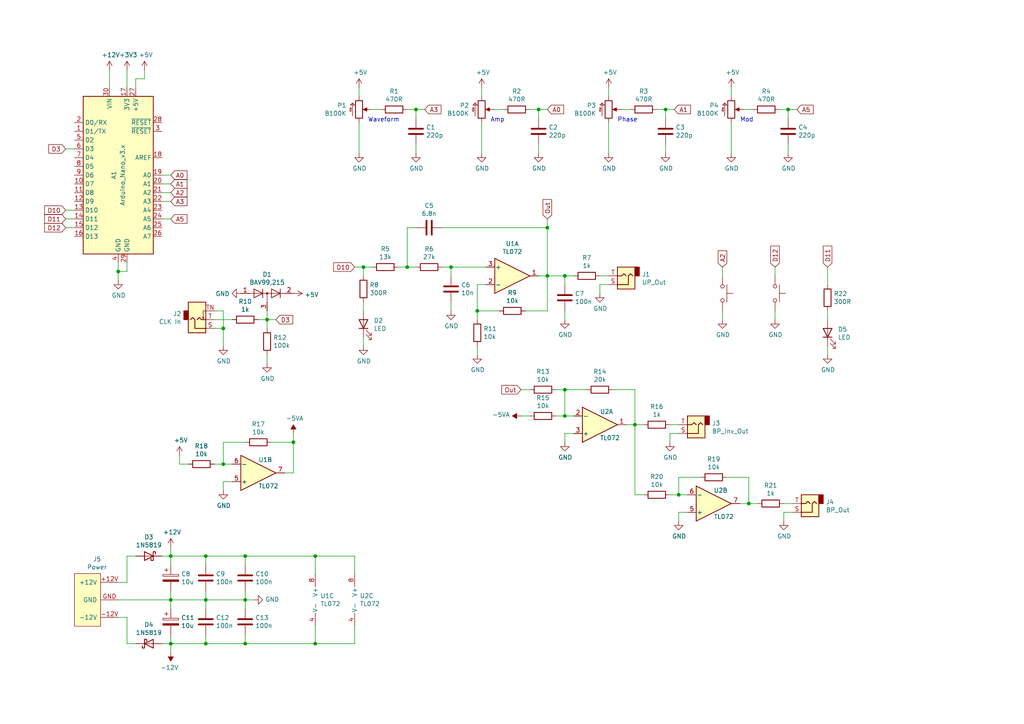
<source format=kicad_sch>
(kicad_sch (version 20231120) (generator "eeschema") (generator_version "8.0")
  (paper "A4")
  (lib_symbols
    (symbol "Amplifier_Operational:TL072" (pin_names (offset 0.127))
      (property "Reference" "U" (at 0 5.08 0))
      (property "Value" "TL072" (at 0 -5.08 0))
      (symbol "TL072_1_1"
        (polyline (pts (xy -5.08 5.08) (xy 5.08 0) (xy -5.08 -5.08) (xy -5.08 5.08)) (stroke (width 0.254)) (fill (type background)))
        (pin output line (at 7.62 0 180) (length 2.54) (name "~") (number "1"))
        (pin input line (at -7.62 -2.54 0) (length 2.54) (name "-") (number "2"))
        (pin input line (at -7.62 2.54 0) (length 2.54) (name "+") (number "3"))
      )
      (symbol "TL072_2_1"
        (polyline (pts (xy -5.08 5.08) (xy 5.08 0) (xy -5.08 -5.08) (xy -5.08 5.08)) (stroke (width 0.254)) (fill (type background)))
        (pin input line (at -7.62 2.54 0) (length 2.54) (name "+") (number "5"))
        (pin input line (at -7.62 -2.54 0) (length 2.54) (name "-") (number "6"))
        (pin output line (at 7.62 0 180) (length 2.54) (name "~") (number "7"))
      )
      (symbol "TL072_3_1"
        (pin power_in line (at -2.54 -7.62 90) (length 3.81) (name "V-") (number "4"))
        (pin power_in line (at -2.54 7.62 270) (length 3.81) (name "V+") (number "8"))
      )
    )
    (symbol "Connector:AudioJack2"
      (property "Reference" "J" (at 0 8.89 0))
      (property "Value" "AudioJack2" (at 0 6.35 0))
      (symbol "AudioJack2_0_1"
        (rectangle (start -3.81 0) (end -2.54 -2.54) (stroke (width 0.254)) (fill (type outline)))
        (rectangle (start -2.54 3.81) (end 2.54 -2.54) (stroke (width 0.254)) (fill (type background)))
        (polyline (pts (xy 0 0) (xy 0.635 -0.635) (xy 1.27 0) (xy 2.54 0)) (stroke (width 0.254)))
        (polyline (pts (xy 2.54 2.54) (xy -0.635 2.54) (xy -0.635 0) (xy -1.27 -0.635) (xy -1.905 0)) (stroke (width 0.254)))
      )
      (symbol "AudioJack2_1_1"
        (pin passive line (at 5.08 2.54 180) (length 2.54) (name "~") (number "S"))
        (pin passive line (at 5.08 0 180) (length 2.54) (name "~") (number "T"))
      )
    )
    (symbol "Connector:AudioJack2_SwitchT"
      (property "Reference" "J" (at 0 8.89 0))
      (property "Value" "AudioJack2_SwitchT" (at 0 6.35 0))
      (symbol "AudioJack2_SwitchT_0_1"
        (rectangle (start -2.54 0) (end -3.81 -2.54) (stroke (width 0.254)) (fill (type outline)))
        (polyline (pts (xy 1.778 -0.254) (xy 2.032 -0.762)))
        (polyline (pts (xy 0 0) (xy 0.635 -0.635) (xy 1.27 0) (xy 2.54 0)) (stroke (width 0.254)))
        (polyline (pts (xy 2.54 -2.54) (xy 1.778 -2.54) (xy 1.778 -0.254) (xy 1.524 -0.762)))
        (polyline (pts (xy 2.54 2.54) (xy -0.635 2.54) (xy -0.635 0) (xy -1.27 -0.635) (xy -1.905 0)) (stroke (width 0.254)))
        (rectangle (start 2.54 3.81) (end -2.54 -5.08) (stroke (width 0.254)) (fill (type background)))
      )
      (symbol "AudioJack2_SwitchT_1_1"
        (pin passive line (at 5.08 2.54 180) (length 2.54) (name "~") (number "S"))
        (pin passive line (at 5.08 0 180) (length 2.54) (name "~") (number "T"))
        (pin passive line (at 5.08 -2.54 180) (length 2.54) (name "~") (number "TN"))
      )
    )
    (symbol "Device:C" (pin_numbers hide) (pin_names (offset 0.254))
      (property "Reference" "C" (at 0.635 2.54 0))
      (property "Value" "C" (at 0.635 -2.54 0))
      (symbol "C_0_1"
        (polyline (pts (xy -2.032 -0.762) (xy 2.032 -0.762)) (stroke (width 0.508)))
        (polyline (pts (xy -2.032 0.762) (xy 2.032 0.762)) (stroke (width 0.508)))
      )
      (symbol "C_1_1"
        (pin passive line (at 0 3.81 270) (length 2.794) (name "~") (number "1"))
        (pin passive line (at 0 -3.81 90) (length 2.794) (name "~") (number "2"))
      )
    )
    (symbol "Device:C_Polarized" (pin_numbers hide) (pin_names (offset 0.254))
      (property "Reference" "C" (at 0.635 2.54 0))
      (property "Value" "C_Polarized" (at 0.635 -2.54 0))
      (symbol "C_Polarized_0_1"
        (rectangle (start -2.286 0.508) (end 2.286 1.016))
        (polyline (pts (xy -1.778 2.286) (xy -0.762 2.286)))
        (polyline (pts (xy -1.27 2.794) (xy -1.27 1.778)))
        (rectangle (start 2.286 -0.508) (end -2.286 -1.016) (fill (type outline)))
      )
      (symbol "C_Polarized_1_1"
        (pin passive line (at 0 3.81 270) (length 2.794) (name "~") (number "1"))
        (pin passive line (at 0 -3.81 90) (length 2.794) (name "~") (number "2"))
      )
    )
    (symbol "Device:LED" (pin_numbers hide) (pin_names (offset 1.016) hide)
      (property "Reference" "D" (at 0 2.54 0))
      (property "Value" "LED" (at 0 -2.54 0))
      (symbol "LED_0_1"
        (polyline (pts (xy -1.27 -1.27) (xy -1.27 1.27)) (stroke (width 0.254)))
        (polyline (pts (xy -1.27 0) (xy 1.27 0)))
        (polyline (pts (xy 1.27 -1.27) (xy 1.27 1.27) (xy -1.27 0) (xy 1.27 -1.27)) (stroke (width 0.254)))
        (polyline (pts (xy -3.048 -0.762) (xy -4.572 -2.286) (xy -3.81 -2.286) (xy -4.572 -2.286) (xy -4.572 -1.524)))
        (polyline (pts (xy -1.778 -0.762) (xy -3.302 -2.286) (xy -2.54 -2.286) (xy -3.302 -2.286) (xy -3.302 -1.524)))
      )
      (symbol "LED_1_1"
        (pin passive line (at -3.81 0 0) (length 2.54) (name "K") (number "1"))
        (pin passive line (at 3.81 0 180) (length 2.54) (name "A") (number "2"))
      )
    )
    (symbol "Device:R" (pin_numbers hide) (pin_names (offset 0))
      (property "Reference" "R" (at 2.032 0 90))
      (property "Value" "R" (at 0 0 90))
      (symbol "R_0_1"
        (rectangle (start -1.016 -2.54) (end 1.016 2.54) (stroke (width 0.254)))
      )
      (symbol "R_1_1"
        (pin passive line (at 0 3.81 270) (length 1.27) (name "~") (number "1"))
        (pin passive line (at 0 -3.81 90) (length 1.27) (name "~") (number "2"))
      )
    )
    (symbol "Device_Additional:R_POT" (pin_names (offset 1.016))
      (property "Reference" "P" (at -5.715 0 90))
      (property "Value" "R_POT" (at -3.81 0 90))
      (symbol "R_POT_0_0"
        (text "cw" (at -2.54 0 900) (effects (font (size 0.635 0.635))))
      )
      (symbol "R_POT_0_1"
        (polyline (pts (xy -1.905 -1.905) (xy -1.905 1.905) (xy -2.54 1.27) (xy -1.27 1.27) (xy -1.905 1.905)))
      )
      (symbol "R_POT_1_1"
        (polyline (pts (xy 2.54 0) (xy 1.524 0)))
        (polyline (pts (xy 1.143 0) (xy 2.286 0.508) (xy 2.286 -0.508) (xy 1.143 0)) (fill (type outline)))
        (rectangle (start 1.016 2.54) (end -1.016 -2.54) (stroke (width 0.254)))
        (pin passive line (at 0 -3.81 90) (length 1.27) (name "CCW") (number "CCW"))
        (pin passive line (at 0 3.81 270) (length 1.27) (name "CW") (number "CW"))
        (pin passive line (at 3.81 0 180) (length 1.27) (name "W") (number "W"))
      )
    )
    (symbol "Diode:1N5817" (pin_numbers hide) (pin_names (offset 1.016) hide)
      (property "Reference" "D" (at 0 2.54 0))
      (property "Value" "1N5817" (at 0 -2.54 0))
      (symbol "1N5817_0_1"
        (polyline (pts (xy 1.27 0) (xy -1.27 0)))
        (polyline (pts (xy 1.27 1.27) (xy 1.27 -1.27) (xy -1.27 0) (xy 1.27 1.27)) (stroke (width 0.254)))
        (polyline (pts (xy -1.905 0.635) (xy -1.905 1.27) (xy -1.27 1.27) (xy -1.27 -1.27) (xy -0.635 -1.27) (xy -0.635 -0.635)) (stroke (width 0.254)))
      )
      (symbol "1N5817_1_1"
        (pin passive line (at -3.81 0 0) (length 2.54) (name "K") (number "1"))
        (pin passive line (at 3.81 0 180) (length 2.54) (name "A") (number "2"))
      )
    )
    (symbol "Diode:BAV99" (pin_names hide)
      (property "Reference" "D" (at 0 5.08 0))
      (property "Value" "BAV99" (at 0 2.54 0))
      (symbol "BAV99_0_1"
        (polyline (pts (xy -5.08 0) (xy 5.08 0)))
      )
      (symbol "BAV99_1_1"
        (polyline (pts (xy 0 0) (xy 0 -2.54)))
        (polyline (pts (xy -1.27 -1.27) (xy -1.27 1.27) (xy -1.27 1.27)) (stroke (width 0.2032)))
        (polyline (pts (xy 3.81 1.27) (xy 3.81 -1.27) (xy 3.81 -1.27)) (stroke (width 0.2032)))
        (polyline (pts (xy -3.81 1.27) (xy -1.27 0) (xy -3.81 -1.27) (xy -3.81 1.27) (xy -3.81 1.27) (xy -3.81 1.27)) (stroke (width 0.2032)))
        (polyline (pts (xy 1.27 1.27) (xy 3.81 0) (xy 1.27 -1.27) (xy 1.27 1.27) (xy 1.27 1.27) (xy 1.27 1.27)) (stroke (width 0.2032)))
        (circle (center 0 0) (radius 0.254) (fill (type outline)))
        (pin passive line (at -7.62 0 0) (length 2.54) (name "K") (number "1"))
        (pin passive line (at 7.62 0 180) (length 2.54) (name "A") (number "2"))
        (pin passive line (at 0 -5.08 90) (length 2.54) (name "K") (number "3"))
      )
    )
    (symbol "Eurorack_Synth:Power_2x5" (pin_names (offset 1.016))
      (property "Reference" "J" (at 0 10.16 0))
      (property "Value" "Power_2x5" (at 0 8.89 0))
      (symbol "Power_2x5_0_1"
        (rectangle (start 3.81 7.62) (end -3.81 -7.62) (fill (type background)))
      )
      (symbol "Power_2x5_1_1"
        (pin power_out line (at 8.89 5.08 180) (length 5.08) (name "+12V") (number "+12V"))
        (pin power_out line (at 8.89 -5.08 180) (length 5.08) (name "-12V") (number "-12V"))
        (pin power_out line (at 8.89 0 180) (length 5.08) (name "GND") (number "GND"))
      )
    )
    (symbol "MCU_Module:Arduino_Nano_v3.x"
      (property "Reference" "A" (at -10.16 23.495 0))
      (property "Value" "Arduino_Nano_v3.x" (at 5.08 -24.13 0))
      (symbol "Arduino_Nano_v3.x_0_1"
        (rectangle (start -10.16 22.86) (end 10.16 -22.86) (stroke (width 0.254)) (fill (type background)))
      )
      (symbol "Arduino_Nano_v3.x_1_1"
        (pin bidirectional line (at -12.7 12.7 0) (length 2.54) (name "D1/TX") (number "1"))
        (pin bidirectional line (at -12.7 -2.54 0) (length 2.54) (name "D7") (number "10"))
        (pin bidirectional line (at -12.7 -5.08 0) (length 2.54) (name "D8") (number "11"))
        (pin bidirectional line (at -12.7 -7.62 0) (length 2.54) (name "D9") (number "12"))
        (pin bidirectional line (at -12.7 -10.16 0) (length 2.54) (name "D10") (number "13"))
        (pin bidirectional line (at -12.7 -12.7 0) (length 2.54) (name "D11") (number "14"))
        (pin bidirectional line (at -12.7 -15.24 0) (length 2.54) (name "D12") (number "15"))
        (pin bidirectional line (at -12.7 -17.78 0) (length 2.54) (name "D13") (number "16"))
        (pin power_out line (at 2.54 25.4 270) (length 2.54) (name "3V3") (number "17"))
        (pin input line (at 12.7 5.08 180) (length 2.54) (name "AREF") (number "18"))
        (pin bidirectional line (at 12.7 0 180) (length 2.54) (name "A0") (number "19"))
        (pin bidirectional line (at -12.7 15.24 0) (length 2.54) (name "D0/RX") (number "2"))
        (pin bidirectional line (at 12.7 -2.54 180) (length 2.54) (name "A1") (number "20"))
        (pin bidirectional line (at 12.7 -5.08 180) (length 2.54) (name "A2") (number "21"))
        (pin bidirectional line (at 12.7 -7.62 180) (length 2.54) (name "A3") (number "22"))
        (pin bidirectional line (at 12.7 -10.16 180) (length 2.54) (name "A4") (number "23"))
        (pin bidirectional line (at 12.7 -12.7 180) (length 2.54) (name "A5") (number "24"))
        (pin bidirectional line (at 12.7 -15.24 180) (length 2.54) (name "A6") (number "25"))
        (pin bidirectional line (at 12.7 -17.78 180) (length 2.54) (name "A7") (number "26"))
        (pin power_out line (at 5.08 25.4 270) (length 2.54) (name "+5V") (number "27"))
        (pin input line (at 12.7 15.24 180) (length 2.54) (name "~{RESET}") (number "28"))
        (pin power_in line (at 2.54 -25.4 90) (length 2.54) (name "GND") (number "29"))
        (pin input line (at 12.7 12.7 180) (length 2.54) (name "~{RESET}") (number "3"))
        (pin power_in line (at -2.54 25.4 270) (length 2.54) (name "VIN") (number "30"))
        (pin power_in line (at 0 -25.4 90) (length 2.54) (name "GND") (number "4"))
        (pin bidirectional line (at -12.7 10.16 0) (length 2.54) (name "D2") (number "5"))
        (pin bidirectional line (at -12.7 7.62 0) (length 2.54) (name "D3") (number "6"))
        (pin bidirectional line (at -12.7 5.08 0) (length 2.54) (name "D4") (number "7"))
        (pin bidirectional line (at -12.7 2.54 0) (length 2.54) (name "D5") (number "8"))
        (pin bidirectional line (at -12.7 0 0) (length 2.54) (name "D6") (number "9"))
      )
    )
    (symbol "Switch:SW_Push" (pin_numbers hide) (pin_names (offset 1.016) hide)
      (property "Reference" "SW" (at 1.27 2.54 0))
      (property "Value" "SW_Push" (at 0 -1.524 0))
      (symbol "SW_Push_0_1"
        (circle (center -2.032 0) (radius 0.508))
        (polyline (pts (xy 0 1.27) (xy 0 3.048)))
        (polyline (pts (xy 2.54 1.27) (xy -2.54 1.27)))
        (circle (center 2.032 0) (radius 0.508))
        (pin passive line (at -5.08 0 0) (length 2.54) (name "1") (number "1"))
        (pin passive line (at 5.08 0 180) (length 2.54) (name "2") (number "2"))
      )
    )
    (symbol "power:+12V" (power) (pin_names (offset 0))
      (property "Value" "+12V" (at 0 3.556 0))
      (symbol "+12V_0_1"
        (polyline (pts (xy -0.762 1.27) (xy 0 2.54)))
        (polyline (pts (xy 0 0) (xy 0 2.54)))
        (polyline (pts (xy 0 2.54) (xy 0.762 1.27)))
      )
      (symbol "+12V_1_1"
        (pin power_in line (at 0 0 90) (length 0) hide (name "+12V") (number "1"))
      )
    )
    (symbol "power:+3.3V" (power) (pin_names (offset 0))
      (property "Value" "+3.3V" (at 0 3.556 0))
      (symbol "+3.3V_0_1"
        (polyline (pts (xy -0.762 1.27) (xy 0 2.54)))
        (polyline (pts (xy 0 0) (xy 0 2.54)))
        (polyline (pts (xy 0 2.54) (xy 0.762 1.27)))
      )
      (symbol "+3.3V_1_1"
        (pin power_in line (at 0 0 90) (length 0) hide (name "+3V3") (number "1"))
      )
    )
    (symbol "power:+5V" (power) (pin_names (offset 0))
      (property "Value" "+5V" (at 0 3.556 0))
      (symbol "+5V_0_1"
        (polyline (pts (xy -0.762 1.27) (xy 0 2.54)))
        (polyline (pts (xy 0 0) (xy 0 2.54)))
        (polyline (pts (xy 0 2.54) (xy 0.762 1.27)))
      )
      (symbol "+5V_1_1"
        (pin power_in line (at 0 0 90) (length 0) hide (name "+5V") (number "1"))
      )
    )
    (symbol "power:-12V" (power) (pin_names (offset 0))
      (property "Value" "-12V" (at 0 3.81 0))
      (symbol "-12V_0_0"
        (pin power_in line (at 0 0 90) (length 0) hide (name "-12V") (number "1"))
      )
      (symbol "-12V_0_1"
        (polyline (pts (xy 0 0) (xy 0 1.27) (xy 0.762 1.27) (xy 0 2.54) (xy -0.762 1.27) (xy 0 1.27)) (fill (type outline)))
      )
    )
    (symbol "power:-5VA" (power) (pin_names (offset 0))
      (property "Value" "-5VA" (at 0 3.81 0))
      (symbol "-5VA_0_0"
        (pin power_in line (at 0 0 90) (length 0) hide (name "-5VA") (number "1"))
      )
      (symbol "-5VA_0_1"
        (polyline (pts (xy 0 0) (xy 0 1.27) (xy 0.762 1.27) (xy 0 2.54) (xy -0.762 1.27) (xy 0 1.27)) (fill (type outline)))
      )
    )
    (symbol "power:GND" (power) (pin_names (offset 0))
      (property "Value" "GND" (at 0 -3.81 0))
      (symbol "GND_0_1"
        (polyline (pts (xy 0 0) (xy 0 -1.27) (xy 1.27 -1.27) (xy 0 -2.54) (xy -1.27 -1.27) (xy 0 -1.27)))
      )
      (symbol "GND_1_1"
        (pin power_in line (at 0 0 270) (length 0) hide (name "GND") (number "1"))
      )
    )
  )
  (junction (at 193.04 31.75))
  (junction (at 71.12 186.69))
  (junction (at 196.85 143.51))
  (junction (at 163.83 80.01))
  (junction (at 158.75 80.01))
  (junction (at 105.41 77.47))
  (junction (at 118.11 77.47))
  (junction (at 156.21 31.75))
  (junction (at 71.12 173.99))
  (junction (at 91.44 161.29))
  (junction (at 163.83 113.03))
  (junction (at 49.53 186.69))
  (junction (at 71.12 161.29))
  (junction (at 217.17 146.05))
  (junction (at 34.29 78.74))
  (junction (at 184.15 123.19))
  (junction (at 228.6 31.75))
  (junction (at 64.77 134.62))
  (junction (at 120.65 31.75))
  (junction (at 49.53 173.99))
  (junction (at 64.77 95.25))
  (junction (at 59.69 186.69))
  (junction (at 85.09 128.27))
  (junction (at 59.69 161.29))
  (junction (at 49.53 161.29))
  (junction (at 158.75 66.04))
  (junction (at 59.69 173.99))
  (junction (at 130.81 77.47))
  (junction (at 91.44 186.69))
  (junction (at 77.47 92.71))
  (junction (at 138.43 90.17))
  (junction (at 163.83 120.65))
  (wire (pts (xy 152.4 90.17) (xy 158.75 90.17)))
  (wire (pts (xy 36.83 25.4) (xy 36.83 20.32)))
  (wire (pts (xy 226.06 31.75) (xy 228.6 31.75)))
  (wire (pts (xy 39.37 186.69) (xy 36.83 186.69)))
  (wire (pts (xy 196.85 138.43) (xy 203.2 138.43)))
  (wire (pts (xy 73.66 173.99) (xy 71.12 173.99)))
  (wire (pts (xy 105.41 97.79) (xy 105.41 100.33)))
  (wire (pts (xy 34.29 78.74) (xy 34.29 81.28)))
  (wire (pts (xy 46.99 63.5) (xy 49.53 63.5)))
  (wire (pts (xy 228.6 41.91) (xy 228.6 44.45)))
  (wire (pts (xy 186.69 123.19) (xy 184.15 123.19)))
  (wire (pts (xy 156.21 31.75) (xy 156.21 34.29)))
  (wire (pts (xy 144.78 90.17) (xy 138.43 90.17)))
  (wire (pts (xy 59.69 161.29) (xy 59.69 163.83)))
  (wire (pts (xy 151.13 120.65) (xy 153.67 120.65)))
  (wire (pts (xy 229.87 148.59) (xy 227.33 148.59)))
  (wire (pts (xy 59.69 184.15) (xy 59.69 186.69)))
  (wire (pts (xy 196.85 123.19) (xy 194.31 123.19)))
  (wire (pts (xy 91.44 186.69) (xy 91.44 181.61)))
  (wire (pts (xy 184.15 143.51) (xy 186.69 143.51)))
  (wire (pts (xy 46.99 53.34) (xy 49.53 53.34)))
  (wire (pts (xy 59.69 161.29) (xy 71.12 161.29)))
  (wire (pts (xy 193.04 31.75) (xy 193.04 34.29)))
  (wire (pts (xy 36.83 161.29) (xy 39.37 161.29)))
  (wire (pts (xy 107.95 31.75) (xy 110.49 31.75)))
  (wire (pts (xy 158.75 80.01) (xy 156.21 80.01)))
  (wire (pts (xy 64.77 128.27) (xy 64.77 134.62)))
  (wire (pts (xy 64.77 90.17) (xy 64.77 95.25)))
  (wire (pts (xy 102.87 161.29) (xy 102.87 166.37)))
  (wire (pts (xy 228.6 31.75) (xy 231.14 31.75)))
  (wire (pts (xy 158.75 63.5) (xy 158.75 66.04)))
  (wire (pts (xy 130.81 87.63) (xy 130.81 90.17)))
  (wire (pts (xy 102.87 77.47) (xy 105.41 77.47)))
  (wire (pts (xy 49.53 186.69) (xy 49.53 184.15)))
  (wire (pts (xy 227.33 146.05) (xy 229.87 146.05)))
  (wire (pts (xy 62.23 95.25) (xy 64.77 95.25)))
  (wire (pts (xy 34.29 173.99) (xy 49.53 173.99)))
  (wire (pts (xy 71.12 171.45) (xy 71.12 173.99)))
  (wire (pts (xy 64.77 128.27) (xy 71.12 128.27)))
  (wire (pts (xy 161.29 113.03) (xy 163.83 113.03)))
  (wire (pts (xy 71.12 161.29) (xy 71.12 163.83)))
  (wire (pts (xy 196.85 143.51) (xy 196.85 138.43)))
  (wire (pts (xy 217.17 146.05) (xy 214.63 146.05)))
  (wire (pts (xy 49.53 173.99) (xy 59.69 173.99)))
  (wire (pts (xy 64.77 95.25) (xy 64.77 100.33)))
  (wire (pts (xy 143.51 31.75) (xy 146.05 31.75)))
  (wire (pts (xy 138.43 90.17) (xy 138.43 92.71)))
  (wire (pts (xy 163.83 120.65) (xy 166.37 120.65)))
  (wire (pts (xy 139.7 25.4) (xy 139.7 27.94)))
  (wire (pts (xy 71.12 184.15) (xy 71.12 186.69)))
  (wire (pts (xy 21.59 66.04) (xy 19.05 66.04)))
  (wire (pts (xy 130.81 77.47) (xy 130.81 80.01)))
  (wire (pts (xy 52.07 134.62) (xy 54.61 134.62)))
  (wire (pts (xy 34.29 168.91) (xy 36.83 168.91)))
  (wire (pts (xy 80.01 92.71) (xy 77.47 92.71)))
  (wire (pts (xy 138.43 82.55) (xy 138.43 90.17)))
  (wire (pts (xy 19.05 43.18) (xy 21.59 43.18)))
  (wire (pts (xy 140.97 82.55) (xy 138.43 82.55)))
  (wire (pts (xy 120.65 66.04) (xy 118.11 66.04)))
  (wire (pts (xy 104.14 25.4) (xy 104.14 27.94)))
  (wire (pts (xy 49.53 161.29) (xy 49.53 163.83)))
  (wire (pts (xy 199.39 148.59) (xy 196.85 148.59)))
  (wire (pts (xy 34.29 76.2) (xy 34.29 78.74)))
  (wire (pts (xy 49.53 158.75) (xy 49.53 161.29)))
  (wire (pts (xy 34.29 78.74) (xy 36.83 78.74)))
  (wire (pts (xy 46.99 50.8) (xy 49.53 50.8)))
  (wire (pts (xy 161.29 120.65) (xy 163.83 120.65)))
  (wire (pts (xy 71.12 186.69) (xy 91.44 186.69)))
  (wire (pts (xy 77.47 90.17) (xy 77.47 92.71)))
  (wire (pts (xy 19.05 60.96) (xy 21.59 60.96)))
  (wire (pts (xy 105.41 87.63) (xy 105.41 90.17)))
  (wire (pts (xy 120.65 31.75) (xy 120.65 34.29)))
  (wire (pts (xy 64.77 139.7) (xy 64.77 142.24)))
  (wire (pts (xy 105.41 77.47) (xy 105.41 80.01)))
  (wire (pts (xy 227.33 148.59) (xy 227.33 151.13)))
  (wire (pts (xy 210.82 138.43) (xy 217.17 138.43)))
  (wire (pts (xy 36.83 186.69) (xy 36.83 179.07)))
  (wire (pts (xy 156.21 41.91) (xy 156.21 44.45)))
  (wire (pts (xy 62.23 92.71) (xy 67.31 92.71)))
  (wire (pts (xy 180.34 31.75) (xy 182.88 31.75)))
  (wire (pts (xy 67.31 139.7) (xy 64.77 139.7)))
  (wire (pts (xy 52.07 132.08) (xy 52.07 134.62)))
  (wire (pts (xy 163.83 80.01) (xy 163.83 82.55)))
  (wire (pts (xy 39.37 25.4) (xy 39.37 22.86)))
  (wire (pts (xy 153.67 31.75) (xy 156.21 31.75)))
  (wire (pts (xy 118.11 77.47) (xy 120.65 77.47)))
  (wire (pts (xy 217.17 138.43) (xy 217.17 146.05)))
  (wire (pts (xy 193.04 31.75) (xy 195.58 31.75)))
  (wire (pts (xy 158.75 66.04) (xy 158.75 80.01)))
  (wire (pts (xy 140.97 77.47) (xy 130.81 77.47)))
  (wire (pts (xy 240.03 90.17) (xy 240.03 92.71)))
  (wire (pts (xy 62.23 134.62) (xy 64.77 134.62)))
  (wire (pts (xy 74.93 92.71) (xy 77.47 92.71)))
  (wire (pts (xy 62.23 90.17) (xy 64.77 90.17)))
  (wire (pts (xy 163.83 125.73) (xy 163.83 128.27)))
  (wire (pts (xy 104.14 35.56) (xy 104.14 44.45)))
  (wire (pts (xy 128.27 66.04) (xy 158.75 66.04)))
  (wire (pts (xy 91.44 161.29) (xy 91.44 166.37)))
  (wire (pts (xy 118.11 66.04) (xy 118.11 77.47)))
  (wire (pts (xy 138.43 100.33) (xy 138.43 102.87)))
  (wire (pts (xy 49.53 171.45) (xy 49.53 173.99)))
  (wire (pts (xy 176.53 80.01) (xy 173.99 80.01)))
  (wire (pts (xy 166.37 80.01) (xy 163.83 80.01)))
  (wire (pts (xy 64.77 134.62) (xy 67.31 134.62)))
  (wire (pts (xy 59.69 171.45) (xy 59.69 173.99)))
  (wire (pts (xy 209.55 90.17) (xy 209.55 92.71)))
  (wire (pts (xy 49.53 173.99) (xy 49.53 176.53)))
  (wire (pts (xy 151.13 113.03) (xy 153.67 113.03)))
  (wire (pts (xy 193.04 41.91) (xy 193.04 44.45)))
  (wire (pts (xy 102.87 186.69) (xy 102.87 181.61)))
  (wire (pts (xy 240.03 77.47) (xy 240.03 82.55)))
  (wire (pts (xy 85.09 137.16) (xy 82.55 137.16)))
  (wire (pts (xy 36.83 168.91) (xy 36.83 161.29)))
  (wire (pts (xy 71.12 161.29) (xy 91.44 161.29)))
  (wire (pts (xy 176.53 25.4) (xy 176.53 27.94)))
  (wire (pts (xy 77.47 92.71) (xy 77.47 95.25)))
  (wire (pts (xy 36.83 179.07) (xy 34.29 179.07)))
  (wire (pts (xy 156.21 31.75) (xy 158.75 31.75)))
  (wire (pts (xy 49.53 161.29) (xy 59.69 161.29)))
  (wire (pts (xy 224.79 90.17) (xy 224.79 92.71)))
  (wire (pts (xy 184.15 123.19) (xy 184.15 143.51)))
  (wire (pts (xy 46.99 58.42) (xy 49.53 58.42)))
  (wire (pts (xy 184.15 123.19) (xy 181.61 123.19)))
  (wire (pts (xy 91.44 186.69) (xy 102.87 186.69)))
  (wire (pts (xy 217.17 146.05) (xy 219.71 146.05)))
  (wire (pts (xy 19.05 63.5) (xy 21.59 63.5)))
  (wire (pts (xy 163.83 90.17) (xy 163.83 92.71)))
  (wire (pts (xy 36.83 78.74) (xy 36.83 76.2)))
  (wire (pts (xy 118.11 31.75) (xy 120.65 31.75)))
  (wire (pts (xy 177.8 113.03) (xy 184.15 113.03)))
  (wire (pts (xy 215.9 31.75) (xy 218.44 31.75)))
  (wire (pts (xy 115.57 77.47) (xy 118.11 77.47)))
  (wire (pts (xy 190.5 31.75) (xy 193.04 31.75)))
  (wire (pts (xy 91.44 161.29) (xy 102.87 161.29)))
  (wire (pts (xy 120.65 31.75) (xy 123.19 31.75)))
  (wire (pts (xy 166.37 125.73) (xy 163.83 125.73)))
  (wire (pts (xy 194.31 143.51) (xy 196.85 143.51)))
  (wire (pts (xy 85.09 125.73) (xy 85.09 128.27)))
  (wire (pts (xy 163.83 113.03) (xy 170.18 113.03)))
  (wire (pts (xy 71.12 173.99) (xy 59.69 173.99)))
  (wire (pts (xy 77.47 102.87) (xy 77.47 105.41)))
  (wire (pts (xy 105.41 77.47) (xy 107.95 77.47)))
  (wire (pts (xy 196.85 143.51) (xy 199.39 143.51)))
  (wire (pts (xy 196.85 125.73) (xy 194.31 125.73)))
  (wire (pts (xy 212.09 25.4) (xy 212.09 27.94)))
  (wire (pts (xy 163.83 113.03) (xy 163.83 120.65)))
  (wire (pts (xy 184.15 113.03) (xy 184.15 123.19)))
  (wire (pts (xy 41.91 22.86) (xy 41.91 20.32)))
  (wire (pts (xy 39.37 22.86) (xy 41.91 22.86)))
  (wire (pts (xy 224.79 80.01) (xy 224.79 77.47)))
  (wire (pts (xy 49.53 186.69) (xy 49.53 189.23)))
  (wire (pts (xy 176.53 82.55) (xy 173.99 82.55)))
  (wire (pts (xy 71.12 173.99) (xy 71.12 176.53)))
  (wire (pts (xy 176.53 35.56) (xy 176.53 44.45)))
  (wire (pts (xy 212.09 35.56) (xy 212.09 44.45)))
  (wire (pts (xy 120.65 41.91) (xy 120.65 44.45)))
  (wire (pts (xy 209.55 80.01) (xy 209.55 77.47)))
  (wire (pts (xy 46.99 161.29) (xy 49.53 161.29)))
  (wire (pts (xy 173.99 82.55) (xy 173.99 85.09)))
  (wire (pts (xy 240.03 100.33) (xy 240.03 102.87)))
  (wire (pts (xy 139.7 35.56) (xy 139.7 44.45)))
  (wire (pts (xy 46.99 186.69) (xy 49.53 186.69)))
  (wire (pts (xy 194.31 125.73) (xy 194.31 128.27)))
  (wire (pts (xy 163.83 80.01) (xy 158.75 80.01)))
  (wire (pts (xy 49.53 55.88) (xy 46.99 55.88)))
  (wire (pts (xy 128.27 77.47) (xy 130.81 77.47)))
  (wire (pts (xy 196.85 148.59) (xy 196.85 151.13)))
  (wire (pts (xy 71.12 186.69) (xy 59.69 186.69)))
  (wire (pts (xy 158.75 90.17) (xy 158.75 80.01)))
  (wire (pts (xy 78.74 128.27) (xy 85.09 128.27)))
  (wire (pts (xy 59.69 173.99) (xy 59.69 176.53)))
  (wire (pts (xy 59.69 186.69) (xy 49.53 186.69)))
  (wire (pts (xy 85.09 128.27) (xy 85.09 137.16)))
  (wire (pts (xy 31.75 25.4) (xy 31.75 20.32)))
  (wire (pts (xy 228.6 31.75) (xy 228.6 34.29)))
  (text "Amp" (at 142.24 35.56 0) (effects (font (size 1.27 1.27)) (justify left bottom)))
  (text "Waveform" (at 106.68 35.56 0) (effects (font (size 1.27 1.27)) (justify left bottom)))
  (text "Phase" (at 179.07 35.56 0) (effects (font (size 1.27 1.27)) (justify left bottom)))
  (text "Mod" (at 214.63 35.56 0) (effects (font (size 1.27 1.27)) (justify left bottom)))
  (global_label "D3" (shape input) (at 19.05 43.18 180) (property "Intersheetrefs" "${INTERSHEET_REFS}" (effects (hide yes))))
  (global_label "A1" (shape input) (at 195.58 31.75 0) (property "Intersheetrefs" "${INTERSHEET_REFS}" (effects (hide yes))))
  (global_label "Out" (shape input) (at 158.75 63.5 90) (property "Intersheetrefs" "${INTERSHEET_REFS}" (effects (hide yes))))
  (global_label "D12" (shape input) (at 19.05 66.04 180) (property "Intersheetrefs" "${INTERSHEET_REFS}" (effects (hide yes))))
  (global_label "A0" (shape input) (at 158.75 31.75 0) (property "Intersheetrefs" "${INTERSHEET_REFS}" (effects (hide yes))))
  (global_label "A2" (shape input) (at 209.55 77.47 90) (property "Intersheetrefs" "${INTERSHEET_REFS}" (effects (hide yes))))
  (global_label "Out" (shape input) (at 151.13 113.03 180) (property "Intersheetrefs" "${INTERSHEET_REFS}" (effects (hide yes))))
  (global_label "D3" (shape input) (at 80.01 92.71 0) (property "Intersheetrefs" "${INTERSHEET_REFS}" (effects (hide yes))))
  (global_label "D10" (shape input) (at 19.05 60.96 180) (property "Intersheetrefs" "${INTERSHEET_REFS}" (effects (hide yes))))
  (global_label "D10" (shape input) (at 102.87 77.47 180) (property "Intersheetrefs" "${INTERSHEET_REFS}" (effects (hide yes))))
  (global_label "A3" (shape input) (at 123.19 31.75 0) (property "Intersheetrefs" "${INTERSHEET_REFS}" (effects (hide yes))))
  (global_label "A2" (shape input) (at 49.53 55.88 0) (property "Intersheetrefs" "${INTERSHEET_REFS}" (effects (hide yes))))
  (global_label "A5" (shape input) (at 231.14 31.75 0) (property "Intersheetrefs" "${INTERSHEET_REFS}" (effects (hide yes))))
  (global_label "A0" (shape input) (at 49.53 50.8 0) (property "Intersheetrefs" "${INTERSHEET_REFS}" (effects (hide yes))))
  (global_label "A1" (shape input) (at 49.53 53.34 0) (property "Intersheetrefs" "${INTERSHEET_REFS}" (effects (hide yes))))
  (global_label "A5" (shape input) (at 49.53 63.5 0) (property "Intersheetrefs" "${INTERSHEET_REFS}" (effects (hide yes))))
  (global_label "D12" (shape input) (at 224.79 77.47 90) (property "Intersheetrefs" "${INTERSHEET_REFS}" (effects (hide yes))))
  (global_label "D11" (shape input) (at 19.05 63.5 180) (property "Intersheetrefs" "${INTERSHEET_REFS}" (effects (hide yes))))
  (global_label "A3" (shape input) (at 49.53 58.42 0) (property "Intersheetrefs" "${INTERSHEET_REFS}" (effects (hide yes))))
  (global_label "D11" (shape input) (at 240.03 77.47 90) (property "Intersheetrefs" "${INTERSHEET_REFS}" (effects (hide yes))))
  (symbol (lib_id "MCU_Module:Arduino_Nano_v3.x") (at 34.29 50.8 0) (unit 1)
    (property "Reference" "A1" (at 33.02 50.8 90))
    (property "Value" "Arduino_Nano_v3.x" (at 35.56 50.8 90))
    (property "Footprint" "Module:Arduino_Nano" (effects (hide yes)))
    (property "Datasheet" "http://www.mouser.com/pdfdocs/Gravitech_Arduino_Nano3_0.pdf" (effects (hide yes)))
  )
  (symbol (lib_id "power:+5V") (at 41.91 20.32 0) (unit 1)
    (property "Reference" "#PWR03" (effects (hide yes)))
    (property "Value" "+5V" (at 42.291 15.9258 0))
  )
  (symbol (lib_id "power:+3.3V") (at 36.83 20.32 0) (unit 1)
    (property "Reference" "#PWR02" (effects (hide yes)))
    (property "Value" "+3V3" (at 37.211 15.9258 0))
  )
  (symbol (lib_id "power:+12V") (at 31.75 20.32 0) (unit 1)
    (property "Reference" "#PWR01" (effects (hide yes)))
    (property "Value" "+12V" (at 32.131 15.9258 0))
  )
  (symbol (lib_id "power:GND") (at 34.29 81.28 0) (unit 1)
    (property "Reference" "#PWR016" (effects (hide yes)))
    (property "Value" "GND" (at 34.417 85.6742 0))
  )
  (symbol (lib_id "Eurorack_Synth:Power_2x5") (at 25.4 173.99 0) (unit 1)
    (property "Reference" "J5" (at 28.1432 162.179 0))
    (property "Value" "Power" (at 28.1432 164.4904 0))
    (property "Footprint" "CATs_Eurosynth_Specials:Power_2x5_Vertical" (effects (hide yes)))
  )
  (symbol (lib_id "Diode:1N5817") (at 43.18 161.29 0) (mirror y) (unit 1)
    (property "Reference" "D3" (at 43.18 155.7782 0))
    (property "Value" "1N5819" (at 43.18 158.0896 0))
    (property "Footprint" "Diode_SMD:D_SOD-323" (effects (hide yes)))
    (property "Datasheet" "http://www.vishay.com/docs/88525/1n5817.pdf" (effects (hide yes)))
    (property "LCSC" "C191023" (effects (hide yes)))
  )
  (symbol (lib_id "Diode:1N5817") (at 43.18 186.69 0) (mirror x) (unit 1)
    (property "Reference" "D4" (at 43.18 181.1782 0))
    (property "Value" "1N5819" (at 43.18 183.4896 0))
    (property "Footprint" "Diode_SMD:D_SOD-323" (effects (hide yes)))
    (property "Datasheet" "http://www.vishay.com/docs/88525/1n5817.pdf" (effects (hide yes)))
    (property "LCSC" "C191023" (effects (hide yes)))
  )
  (symbol (lib_id "Device:C_Polarized") (at 49.53 167.64 0) (unit 1)
    (property "Reference" "C8" (at 52.5272 166.4716 0) (effects (justify left)))
    (property "Value" "10u" (at 52.5272 168.783 0) (effects (justify left)))
    (property "Footprint" "Capacitor_Tantalum_SMD:CP_EIA-3216-18_Kemet-A" (effects (hide yes)))
    (property "LCSC" "C7171" (effects (hide yes)))
  )
  (symbol (lib_id "Device:C_Polarized") (at 49.53 180.34 0) (unit 1)
    (property "Reference" "C11" (at 52.5272 179.1716 0) (effects (justify left)))
    (property "Value" "10u" (at 52.5272 181.483 0) (effects (justify left)))
    (property "Footprint" "Capacitor_Tantalum_SMD:CP_EIA-3216-18_Kemet-A" (effects (hide yes)))
    (property "LCSC" "C7171" (effects (hide yes)))
  )
  (symbol (lib_id "power:+12V") (at 49.53 158.75 0) (unit 1)
    (property "Reference" "#PWR034" (effects (hide yes)))
    (property "Value" "+12V" (at 49.911 154.3558 0))
  )
  (symbol (lib_id "power:-12V") (at 49.53 189.23 180) (unit 1)
    (property "Reference" "#PWR036" (effects (hide yes)))
    (property "Value" "-12V" (at 49.149 193.6242 0))
  )
  (symbol (lib_id "Device_Additional:R_POT") (at 104.14 31.75 0) (unit 1)
    (property "Reference" "P1" (at 100.5078 30.5816 0) (effects (justify right)))
    (property "Value" "B100K" (at 100.5078 32.893 0) (effects (justify right)))
    (property "Footprint" "Potentiometer_THT_Additional:Potentiometer_AlpsAlpine_RK09L1140_wo_Fix" (effects (hide yes)))
  )
  (symbol (lib_id "Device:R") (at 114.3 31.75 270) (unit 1)
    (property "Reference" "R1" (at 114.3 26.4922 90))
    (property "Value" "470R" (at 114.3 28.8036 90))
    (property "Footprint" "Resistor_SMD:R_0402_1005Metric" (effects (hide yes)))
    (property "LCSC" "C25117" (effects (hide yes)))
  )
  (symbol (lib_id "Device:C") (at 120.65 38.1 0) (unit 1)
    (property "Reference" "C1" (at 123.571 36.9316 0) (effects (justify left)))
    (property "Value" "220p" (at 123.571 39.243 0) (effects (justify left)))
    (property "Footprint" "Capacitor_SMD:C_0402_1005Metric" (effects (hide yes)))
    (property "LCSC" "C1530" (effects (hide yes)))
  )
  (symbol (lib_id "power:GND") (at 120.65 44.45 0) (unit 1)
    (property "Reference" "#PWR09" (effects (hide yes)))
    (property "Value" "GND" (at 120.777 48.8442 0))
  )
  (symbol (lib_id "power:GND") (at 104.14 44.45 0) (unit 1)
    (property "Reference" "#PWR08" (effects (hide yes)))
    (property "Value" "GND" (at 104.267 48.8442 0))
  )
  (symbol (lib_id "power:+5V") (at 104.14 25.4 0) (unit 1)
    (property "Reference" "#PWR04" (effects (hide yes)))
    (property "Value" "+5V" (at 104.521 21.0058 0))
  )
  (symbol (lib_id "Device_Additional:R_POT") (at 139.7 31.75 0) (unit 1)
    (property "Reference" "P2" (at 136.0678 30.5816 0) (effects (justify right)))
    (property "Value" "B100K" (at 136.0678 32.893 0) (effects (justify right)))
    (property "Footprint" "Potentiometer_THT_Additional:Potentiometer_AlpsAlpine_RK09L1140" (effects (hide yes)))
  )
  (symbol (lib_id "Device:R") (at 149.86 31.75 270) (unit 1)
    (property "Reference" "R2" (at 149.86 26.4922 90))
    (property "Value" "470R" (at 149.86 28.8036 90))
    (property "Footprint" "Resistor_SMD:R_0402_1005Metric" (effects (hide yes)))
    (property "LCSC" "C25117" (effects (hide yes)))
  )
  (symbol (lib_id "Device:C") (at 156.21 38.1 0) (unit 1)
    (property "Reference" "C2" (at 159.131 36.9316 0) (effects (justify left)))
    (property "Value" "220p" (at 159.131 39.243 0) (effects (justify left)))
    (property "Footprint" "Capacitor_SMD:C_0402_1005Metric" (effects (hide yes)))
    (property "LCSC" "C1530" (effects (hide yes)))
  )
  (symbol (lib_id "power:GND") (at 156.21 44.45 0) (unit 1)
    (property "Reference" "#PWR011" (effects (hide yes)))
    (property "Value" "GND" (at 156.337 48.8442 0))
  )
  (symbol (lib_id "power:GND") (at 139.7 44.45 0) (unit 1)
    (property "Reference" "#PWR010" (effects (hide yes)))
    (property "Value" "GND" (at 139.827 48.8442 0))
  )
  (symbol (lib_id "power:+5V") (at 139.7 25.4 0) (unit 1)
    (property "Reference" "#PWR05" (effects (hide yes)))
    (property "Value" "+5V" (at 140.081 21.0058 0))
  )
  (symbol (lib_id "Device_Additional:R_POT") (at 176.53 31.75 0) (unit 1)
    (property "Reference" "P3" (at 172.8978 30.5816 0) (effects (justify right)))
    (property "Value" "B100K" (at 172.8978 32.893 0) (effects (justify right)))
    (property "Footprint" "Potentiometer_THT_Additional:Potentiometer_AlpsAlpine_RK09L1140_wo_Fix" (effects (hide yes)))
  )
  (symbol (lib_id "Device:R") (at 186.69 31.75 270) (unit 1)
    (property "Reference" "R3" (at 186.69 26.4922 90))
    (property "Value" "470R" (at 186.69 28.8036 90))
    (property "Footprint" "Resistor_SMD:R_0402_1005Metric" (effects (hide yes)))
    (property "LCSC" "C25117" (effects (hide yes)))
  )
  (symbol (lib_id "Device:C") (at 193.04 38.1 0) (unit 1)
    (property "Reference" "C3" (at 195.961 36.9316 0) (effects (justify left)))
    (property "Value" "220p" (at 195.961 39.243 0) (effects (justify left)))
    (property "Footprint" "Capacitor_SMD:C_0402_1005Metric" (effects (hide yes)))
    (property "LCSC" "C1530" (effects (hide yes)))
  )
  (symbol (lib_id "power:GND") (at 193.04 44.45 0) (unit 1)
    (property "Reference" "#PWR013" (effects (hide yes)))
    (property "Value" "GND" (at 193.167 48.8442 0))
  )
  (symbol (lib_id "power:GND") (at 176.53 44.45 0) (unit 1)
    (property "Reference" "#PWR012" (effects (hide yes)))
    (property "Value" "GND" (at 176.657 48.8442 0))
  )
  (symbol (lib_id "power:+5V") (at 176.53 25.4 0) (unit 1)
    (property "Reference" "#PWR06" (effects (hide yes)))
    (property "Value" "+5V" (at 176.911 21.0058 0))
  )
  (symbol (lib_id "Device_Additional:R_POT") (at 212.09 31.75 0) (unit 1)
    (property "Reference" "P4" (at 208.4578 30.5816 0) (effects (justify right)))
    (property "Value" "B100K" (at 208.4578 32.893 0) (effects (justify right)))
    (property "Footprint" "Potentiometer_THT_Additional:Potentiometer_AlpsAlpine_RK09L1140_wo_Fix" (effects (hide yes)))
  )
  (symbol (lib_id "Device:R") (at 222.25 31.75 270) (unit 1)
    (property "Reference" "R4" (at 222.25 26.4922 90))
    (property "Value" "470R" (at 222.25 28.8036 90))
    (property "Footprint" "Resistor_SMD:R_0402_1005Metric" (effects (hide yes)))
    (property "LCSC" "C25117" (effects (hide yes)))
  )
  (symbol (lib_id "Device:C") (at 228.6 38.1 0) (unit 1)
    (property "Reference" "C4" (at 231.521 36.9316 0) (effects (justify left)))
    (property "Value" "220p" (at 231.521 39.243 0) (effects (justify left)))
    (property "Footprint" "Capacitor_SMD:C_0402_1005Metric" (effects (hide yes)))
    (property "LCSC" "C1530" (effects (hide yes)))
  )
  (symbol (lib_id "power:GND") (at 228.6 44.45 0) (unit 1)
    (property "Reference" "#PWR015" (effects (hide yes)))
    (property "Value" "GND" (at 228.727 48.8442 0))
  )
  (symbol (lib_id "power:GND") (at 212.09 44.45 0) (unit 1)
    (property "Reference" "#PWR014" (effects (hide yes)))
    (property "Value" "GND" (at 212.217 48.8442 0))
  )
  (symbol (lib_id "power:+5V") (at 212.09 25.4 0) (unit 1)
    (property "Reference" "#PWR07" (effects (hide yes)))
    (property "Value" "+5V" (at 212.471 21.0058 0))
  )
  (symbol (lib_id "Connector:AudioJack2_SwitchT") (at 57.15 92.71 0) (mirror x) (unit 1)
    (property "Reference" "J2" (at 52.578 91.0082 0) (effects (justify right)))
    (property "Value" "CLK In" (at 52.578 93.3196 0) (effects (justify right)))
    (property "Footprint" "Connector_Audio_QingPu:Jack_3.5mm_QingPu_WQP-PJ301M-12" (effects (hide yes)))
  )
  (symbol (lib_id "power:GND") (at 64.77 100.33 0) (unit 1)
    (property "Reference" "#PWR022" (effects (hide yes)))
    (property "Value" "GND" (at 64.897 104.7242 0))
  )
  (symbol (lib_id "Device:R") (at 71.12 92.71 270) (unit 1)
    (property "Reference" "R10" (at 71.12 87.4522 90))
    (property "Value" "1k" (at 71.12 89.7636 90))
    (property "Footprint" "Resistor_SMD:R_0402_1005Metric" (effects (hide yes)))
    (property "LCSC" "C11702" (effects (hide yes)))
  )
  (symbol (lib_id "Device:R") (at 77.47 99.06 180) (unit 1)
    (property "Reference" "R12" (at 79.248 97.8916 0) (effects (justify right)))
    (property "Value" "100k" (at 79.248 100.203 0) (effects (justify right)))
    (property "Footprint" "Resistor_SMD:R_0402_1005Metric" (effects (hide yes)))
    (property "LCSC" "C25741" (effects (hide yes)))
  )
  (symbol (lib_id "power:GND") (at 77.47 105.41 0) (unit 1)
    (property "Reference" "#PWR025" (effects (hide yes)))
    (property "Value" "GND" (at 77.597 109.8042 0))
  )
  (symbol (lib_id "Diode:BAV99") (at 77.47 85.09 0) (unit 1)
    (property "Reference" "D1" (at 77.47 79.6036 0))
    (property "Value" "BAV99,215" (at 77.47 81.915 0))
    (property "Footprint" "Package_TO_SOT_SMD:SOT-23" (effects (hide yes)))
    (property "Datasheet" "https://assets.nexperia.com/documents/data-sheet/BAV99_SER.pdf" (effects (hide yes)))
    (property "LCSC" "C2500" (effects (hide yes)))
  )
  (symbol (lib_id "power:GND") (at 69.85 85.09 270) (unit 1)
    (property "Reference" "#PWR017" (effects (hide yes)))
    (property "Value" "GND" (at 66.5988 85.217 90) (effects (justify right)))
  )
  (symbol (lib_id "power:+5V") (at 85.09 85.09 270) (unit 1)
    (property "Reference" "#PWR018" (effects (hide yes)))
    (property "Value" "+5V" (at 88.3412 85.471 90) (effects (justify left)))
  )
  (symbol (lib_id "Device:R") (at 111.76 77.47 270) (unit 1)
    (property "Reference" "R5" (at 111.76 72.2122 90))
    (property "Value" "13k" (at 111.76 74.5236 90))
    (property "Footprint" "Resistor_SMD:R_0603_1608Metric" (effects (hide yes)))
    (property "LCSC" "C22797" (effects (hide yes)))
  )
  (symbol (lib_id "Device:R") (at 124.46 77.47 270) (unit 1)
    (property "Reference" "R6" (at 124.46 72.2122 90))
    (property "Value" "27k" (at 124.46 74.5236 90))
    (property "Footprint" "Resistor_SMD:R_0402_1005Metric" (effects (hide yes)))
    (property "LCSC" "C25771" (effects (hide yes)))
  )
  (symbol (lib_id "Device:C") (at 124.46 66.04 270) (unit 1)
    (property "Reference" "C5" (at 124.46 59.6392 90))
    (property "Value" "6.8n" (at 124.46 61.9506 90))
    (property "Footprint" "Capacitor_SMD:C_0402_1005Metric" (effects (hide yes)))
    (property "LCSC" "C1542" (effects (hide yes)))
  )
  (symbol (lib_id "Device:C") (at 130.81 83.82 180) (unit 1)
    (property "Reference" "C6" (at 133.731 82.6516 0) (effects (justify right)))
    (property "Value" "10n" (at 133.731 84.963 0) (effects (justify right)))
    (property "Footprint" "Capacitor_SMD:C_0402_1005Metric" (effects (hide yes)))
    (property "LCSC" "C15195" (effects (hide yes)))
  )
  (symbol (lib_id "power:GND") (at 130.81 90.17 0) (unit 1)
    (property "Reference" "#PWR020" (effects (hide yes)))
    (property "Value" "GND" (at 130.937 94.5642 0))
  )
  (symbol (lib_id "Amplifier_Operational:TL072") (at 148.59 80.01 0) (unit 1)
    (property "Reference" "U1" (at 148.59 70.6882 0))
    (property "Value" "TL072" (at 148.59 72.9996 0))
    (property "Footprint" "Package_SO:SOIC-8_3.9x4.9mm_P1.27mm" (effects (hide yes)))
    (property "Datasheet" "http://www.ti.com/lit/ds/symlink/tl071.pdf" (effects (hide yes)))
    (property "LCSC" "C6961" (effects (hide yes)))
  )
  (symbol (lib_id "Device:R") (at 148.59 90.17 270) (unit 1)
    (property "Reference" "R9" (at 148.59 84.9122 90))
    (property "Value" "10k" (at 148.59 87.2236 90))
    (property "Footprint" "Resistor_SMD:R_0402_1005Metric" (effects (hide yes)))
    (property "LCSC" "C25744" (effects (hide yes)))
  )
  (symbol (lib_id "Device:R") (at 138.43 96.52 180) (unit 1)
    (property "Reference" "R11" (at 140.208 95.3516 0) (effects (justify right)))
    (property "Value" "10k" (at 140.208 97.663 0) (effects (justify right)))
    (property "Footprint" "Resistor_SMD:R_0402_1005Metric" (effects (hide yes)))
    (property "LCSC" "C25744" (effects (hide yes)))
  )
  (symbol (lib_id "power:GND") (at 138.43 102.87 0) (unit 1)
    (property "Reference" "#PWR024" (effects (hide yes)))
    (property "Value" "GND" (at 138.557 107.2642 0))
  )
  (symbol (lib_id "Device:C") (at 163.83 86.36 180) (unit 1)
    (property "Reference" "C7" (at 166.751 85.1916 0) (effects (justify right)))
    (property "Value" "100n" (at 166.751 87.503 0) (effects (justify right)))
    (property "Footprint" "Capacitor_SMD:C_0402_1005Metric" (effects (hide yes)))
    (property "LCSC" "C1525" (effects (hide yes)))
  )
  (symbol (lib_id "Device:R") (at 170.18 80.01 270) (unit 1)
    (property "Reference" "R7" (at 170.18 74.7522 90))
    (property "Value" "1k" (at 170.18 77.0636 90))
    (property "Footprint" "Resistor_SMD:R_0402_1005Metric" (effects (hide yes)))
    (property "LCSC" "C11702" (effects (hide yes)))
  )
  (symbol (lib_id "power:GND") (at 163.83 92.71 0) (unit 1)
    (property "Reference" "#PWR021" (effects (hide yes)))
    (property "Value" "GND" (at 163.957 97.1042 0))
  )
  (symbol (lib_id "Connector:AudioJack2") (at 181.61 80.01 180) (unit 1)
    (property "Reference" "J1" (at 186.182 79.5782 0) (effects (justify right)))
    (property "Value" "UP_Out" (at 186.182 81.8896 0) (effects (justify right)))
    (property "Footprint" "Connector_Audio_QingPu:Jack_3.5mm_QingPu_WQP-PJ301M-12" (effects (hide yes)))
  )
  (symbol (lib_id "power:GND") (at 173.99 85.09 0) (unit 1)
    (property "Reference" "#PWR019" (effects (hide yes)))
    (property "Value" "GND" (at 174.117 89.4842 0))
  )
  (symbol (lib_id "Amplifier_Operational:TL072") (at 93.98 173.99 0) (unit 3)
    (property "Reference" "U1" (at 92.9132 172.8216 0) (effects (justify left)))
    (property "Value" "TL072" (at 92.9132 175.133 0) (effects (justify left)))
    (property "Footprint" "Package_SO:SOIC-8_3.9x4.9mm_P1.27mm" (effects (hide yes)))
    (property "Datasheet" "http://www.ti.com/lit/ds/symlink/tl071.pdf" (effects (hide yes)))
    (property "LCSC" "C6961" (effects (hide yes)))
  )
  (symbol (lib_id "Device:C") (at 59.69 167.64 180) (unit 1)
    (property "Reference" "C9" (at 62.611 166.4716 0) (effects (justify right)))
    (property "Value" "100n" (at 62.611 168.783 0) (effects (justify right)))
    (property "Footprint" "Capacitor_SMD:C_0402_1005Metric" (effects (hide yes)))
    (property "LCSC" "C1525" (effects (hide yes)))
  )
  (symbol (lib_id "Device:C") (at 59.69 180.34 180) (unit 1)
    (property "Reference" "C12" (at 62.611 179.1716 0) (effects (justify right)))
    (property "Value" "100n" (at 62.611 181.483 0) (effects (justify right)))
    (property "Footprint" "Capacitor_SMD:C_0402_1005Metric" (effects (hide yes)))
    (property "LCSC" "C1525" (effects (hide yes)))
  )
  (symbol (lib_id "power:GND") (at 73.66 173.99 90) (unit 1)
    (property "Reference" "#PWR035" (effects (hide yes)))
    (property "Value" "GND" (at 76.9112 173.863 90) (effects (justify right)))
  )
  (symbol (lib_id "power:+5V") (at 52.07 132.08 0) (unit 1)
    (property "Reference" "#PWR030" (effects (hide yes)))
    (property "Value" "+5V" (at 52.451 127.6858 0))
  )
  (symbol (lib_id "Device:R") (at 58.42 134.62 270) (unit 1)
    (property "Reference" "R18" (at 58.42 129.3622 90))
    (property "Value" "10k" (at 58.42 131.6736 90))
    (property "Footprint" "Resistor_SMD:R_0402_1005Metric" (effects (hide yes)))
    (property "LCSC" "C25744" (effects (hide yes)))
  )
  (symbol (lib_id "Amplifier_Operational:TL072") (at 74.93 137.16 0) (mirror x) (unit 2)
    (property "Reference" "U1" (at 74.93 133.35 0) (effects (justify left)))
    (property "Value" "TL072" (at 74.93 140.97 0) (effects (justify left)))
    (property "Footprint" "Package_SO:SOIC-8_3.9x4.9mm_P1.27mm" (effects (hide yes)))
    (property "Datasheet" "http://www.ti.com/lit/ds/symlink/tl071.pdf" (effects (hide yes)))
    (property "LCSC" "C6961" (effects (hide yes)))
  )
  (symbol (lib_id "power:GND") (at 64.77 142.24 0) (unit 1)
    (property "Reference" "#PWR031" (effects (hide yes)))
    (property "Value" "GND" (at 64.897 146.6342 0))
  )
  (symbol (lib_id "Device:R") (at 74.93 128.27 270) (unit 1)
    (property "Reference" "R17" (at 74.93 123.0122 90))
    (property "Value" "10k" (at 74.93 125.3236 90))
    (property "Footprint" "Resistor_SMD:R_0402_1005Metric" (effects (hide yes)))
    (property "LCSC" "C25744" (effects (hide yes)))
  )
  (symbol (lib_id "power:-5VA") (at 85.09 125.73 0) (unit 1)
    (property "Reference" "#PWR027" (effects (hide yes)))
    (property "Value" "-5VA" (at 85.471 121.3358 0))
  )
  (symbol (lib_id "Amplifier_Operational:TL072") (at 173.99 123.19 0) (mirror x) (unit 1)
    (property "Reference" "U2" (at 173.99 119.38 0) (effects (justify left)))
    (property "Value" "TL072" (at 173.99 127 0) (effects (justify left)))
    (property "Footprint" "Package_SO:SOIC-8_3.9x4.9mm_P1.27mm" (effects (hide yes)))
    (property "Datasheet" "http://www.ti.com/lit/ds/symlink/tl071.pdf" (effects (hide yes)))
    (property "LCSC" "C6961" (effects (hide yes)))
  )
  (symbol (lib_id "Device:R") (at 157.48 120.65 270) (unit 1)
    (property "Reference" "R15" (at 157.48 115.3922 90))
    (property "Value" "10k" (at 157.48 117.7036 90))
    (property "Footprint" "Resistor_SMD:R_0402_1005Metric" (effects (hide yes)))
    (property "LCSC" "C25744" (effects (hide yes)))
  )
  (symbol (lib_id "Device:R") (at 157.48 113.03 270) (unit 1)
    (property "Reference" "R13" (at 157.48 107.7722 90))
    (property "Value" "10k" (at 157.48 110.0836 90))
    (property "Footprint" "Resistor_SMD:R_0402_1005Metric" (effects (hide yes)))
    (property "LCSC" "C25744" (effects (hide yes)))
  )
  (symbol (lib_id "Device:R") (at 173.99 113.03 270) (unit 1)
    (property "Reference" "R14" (at 173.99 107.7722 90))
    (property "Value" "20k" (at 173.99 110.0836 90))
    (property "Footprint" "Resistor_SMD:R_0402_1005Metric" (effects (hide yes)))
    (property "LCSC" "C25765" (effects (hide yes)))
  )
  (symbol (lib_id "power:GND") (at 163.83 128.27 0) (unit 1)
    (property "Reference" "#PWR028" (effects (hide yes)))
    (property "Value" "GND" (at 163.957 132.6642 0))
  )
  (symbol (lib_id "power:-5VA") (at 151.13 120.65 90) (unit 1)
    (property "Reference" "#PWR026" (effects (hide yes)))
    (property "Value" "-5VA" (at 147.9042 120.269 90) (effects (justify left)))
  )
  (symbol (lib_id "Device:R") (at 190.5 123.19 270) (unit 1)
    (property "Reference" "R16" (at 190.5 117.9322 90))
    (property "Value" "1k" (at 190.5 120.2436 90))
    (property "Footprint" "Resistor_SMD:R_0402_1005Metric" (effects (hide yes)))
    (property "LCSC" "C11702" (effects (hide yes)))
  )
  (symbol (lib_id "Connector:AudioJack2") (at 201.93 123.19 180) (unit 1)
    (property "Reference" "J3" (at 206.502 122.7582 0) (effects (justify right)))
    (property "Value" "BP_Inv_Out" (at 206.502 125.0696 0) (effects (justify right)))
    (property "Footprint" "Connector_Audio_QingPu:Jack_3.5mm_QingPu_WQP-PJ301M-12" (effects (hide yes)))
  )
  (symbol (lib_id "power:GND") (at 194.31 128.27 0) (unit 1)
    (property "Reference" "#PWR029" (effects (hide yes)))
    (property "Value" "GND" (at 194.437 132.6642 0))
  )
  (symbol (lib_id "Device:R") (at 190.5 143.51 270) (unit 1)
    (property "Reference" "R20" (at 190.5 138.2522 90))
    (property "Value" "10k" (at 190.5 140.5636 90))
    (property "Footprint" "Resistor_SMD:R_0402_1005Metric" (effects (hide yes)))
    (property "LCSC" "C25744" (effects (hide yes)))
  )
  (symbol (lib_id "Amplifier_Operational:TL072") (at 207.01 146.05 0) (mirror x) (unit 2)
    (property "Reference" "U2" (at 207.01 142.24 0) (effects (justify left)))
    (property "Value" "TL072" (at 207.01 149.86 0) (effects (justify left)))
    (property "Footprint" "Package_SO:SOIC-8_3.9x4.9mm_P1.27mm" (effects (hide yes)))
    (property "Datasheet" "http://www.ti.com/lit/ds/symlink/tl071.pdf" (effects (hide yes)))
    (property "LCSC" "C6961" (effects (hide yes)))
  )
  (symbol (lib_id "power:GND") (at 196.85 151.13 0) (unit 1)
    (property "Reference" "#PWR032" (effects (hide yes)))
    (property "Value" "GND" (at 196.977 155.5242 0))
  )
  (symbol (lib_id "Device:R") (at 207.01 138.43 270) (unit 1)
    (property "Reference" "R19" (at 207.01 133.1722 90))
    (property "Value" "10k" (at 207.01 135.4836 90))
    (property "Footprint" "Resistor_SMD:R_0402_1005Metric" (effects (hide yes)))
    (property "LCSC" "C25744" (effects (hide yes)))
  )
  (symbol (lib_id "Device:R") (at 223.52 146.05 270) (unit 1)
    (property "Reference" "R21" (at 223.52 140.7922 90))
    (property "Value" "1k" (at 223.52 143.1036 90))
    (property "Footprint" "Resistor_SMD:R_0402_1005Metric" (effects (hide yes)))
    (property "LCSC" "C11702" (effects (hide yes)))
  )
  (symbol (lib_id "Connector:AudioJack2") (at 234.95 146.05 180) (unit 1)
    (property "Reference" "J4" (at 239.522 145.6182 0) (effects (justify right)))
    (property "Value" "BP_Out" (at 239.522 147.9296 0) (effects (justify right)))
    (property "Footprint" "Connector_Audio_QingPu:Jack_3.5mm_QingPu_WQP-PJ301M-12" (effects (hide yes)))
  )
  (symbol (lib_id "power:GND") (at 227.33 151.13 0) (unit 1)
    (property "Reference" "#PWR033" (effects (hide yes)))
    (property "Value" "GND" (at 227.457 155.5242 0))
  )
  (symbol (lib_id "Device:C") (at 71.12 167.64 180) (unit 1)
    (property "Reference" "C10" (at 74.041 166.4716 0) (effects (justify right)))
    (property "Value" "100n" (at 74.041 168.783 0) (effects (justify right)))
    (property "Footprint" "Capacitor_SMD:C_0402_1005Metric" (effects (hide yes)))
    (property "LCSC" "C1525" (effects (hide yes)))
  )
  (symbol (lib_id "Device:C") (at 71.12 180.34 180) (unit 1)
    (property "Reference" "C13" (at 74.041 179.1716 0) (effects (justify right)))
    (property "Value" "100n" (at 74.041 181.483 0) (effects (justify right)))
    (property "Footprint" "Capacitor_SMD:C_0402_1005Metric" (effects (hide yes)))
    (property "LCSC" "C1525" (effects (hide yes)))
  )
  (symbol (lib_id "Amplifier_Operational:TL072") (at 105.41 173.99 0) (unit 3)
    (property "Reference" "U2" (at 104.3432 172.8216 0) (effects (justify left)))
    (property "Value" "TL072" (at 104.3432 175.133 0) (effects (justify left)))
    (property "Footprint" "Package_SO:SOIC-8_3.9x4.9mm_P1.27mm" (effects (hide yes)))
    (property "Datasheet" "http://www.ti.com/lit/ds/symlink/tl071.pdf" (effects (hide yes)))
    (property "LCSC" "C6961" (effects (hide yes)))
  )
  (symbol (lib_id "Device:R") (at 105.41 83.82 180) (unit 1)
    (property "Reference" "R8" (at 107.188 82.6516 0) (effects (justify right)))
    (property "Value" "300R" (at 107.188 84.963 0) (effects (justify right)))
    (property "Footprint" "Resistor_SMD:R_0402_1005Metric" (effects (hide yes)))
    (property "LCSC" "C25102" (effects (hide yes)))
  )
  (symbol (lib_id "Device:LED") (at 105.41 93.98 90) (unit 1)
    (property "Reference" "D2" (at 108.4072 92.9894 90) (effects (justify right)))
    (property "Value" "LED" (at 108.4072 95.3008 90) (effects (justify right)))
    (property "Footprint" "LED_THT:LED_D3.0mm" (effects (hide yes)))
  )
  (symbol (lib_id "power:GND") (at 105.41 100.33 0) (unit 1)
    (property "Reference" "#PWR023" (effects (hide yes)))
    (property "Value" "GND" (at 105.537 104.7242 0))
  )
  (symbol (lib_id "power:GND") (at 209.55 92.71 0) (unit 1)
    (property "Reference" "#PWR037" (effects (hide yes)))
    (property "Value" "GND" (at 209.677 97.1042 0))
  )
  (symbol (lib_id "power:GND") (at 224.79 92.71 0) (unit 1)
    (property "Reference" "#PWR038" (effects (hide yes)))
    (property "Value" "GND" (at 224.917 97.1042 0))
  )
  (symbol (lib_id "Device:LED") (at 240.03 96.52 90) (unit 1)
    (property "Reference" "D5" (at 243.0272 95.5294 90) (effects (justify right)))
    (property "Value" "LED" (at 243.0272 97.8408 90) (effects (justify right)))
    (property "Footprint" "LED_THT:LED_D3.0mm" (effects (hide yes)))
  )
  (symbol (lib_id "Switch:SW_Push") (at 224.79 85.09 270) (unit 1)
    (property "Reference" "SW2" (effects (hide yes)))
    (property "Value" "Button" (effects (hide yes)))
    (property "Footprint" "Button_Switch_THT:SW_PUSH_6mm" (effects (hide yes)))
  )
  (symbol (lib_id "power:GND") (at 240.03 102.87 0) (unit 1)
    (property "Reference" "#PWR039" (effects (hide yes)))
    (property "Value" "GND" (at 240.157 107.2642 0))
  )
  (symbol (lib_id "Switch:SW_Push") (at 209.55 85.09 270) (unit 1)
    (property "Reference" "SW1" (effects (hide yes)))
    (property "Value" "Button" (effects (hide yes)))
    (property "Footprint" "Button_Switch_THT:SW_PUSH_6mm" (effects (hide yes)))
  )
  (symbol (lib_id "Device:R") (at 240.03 86.36 180) (unit 1)
    (property "Reference" "R22" (at 241.808 85.1916 0) (effects (justify right)))
    (property "Value" "300R" (at 241.808 87.503 0) (effects (justify right)))
    (property "Footprint" "Resistor_SMD:R_0402_1005Metric" (effects (hide yes)))
    (property "LCSC" "C25102" (effects (hide yes)))
  )
)
</source>
